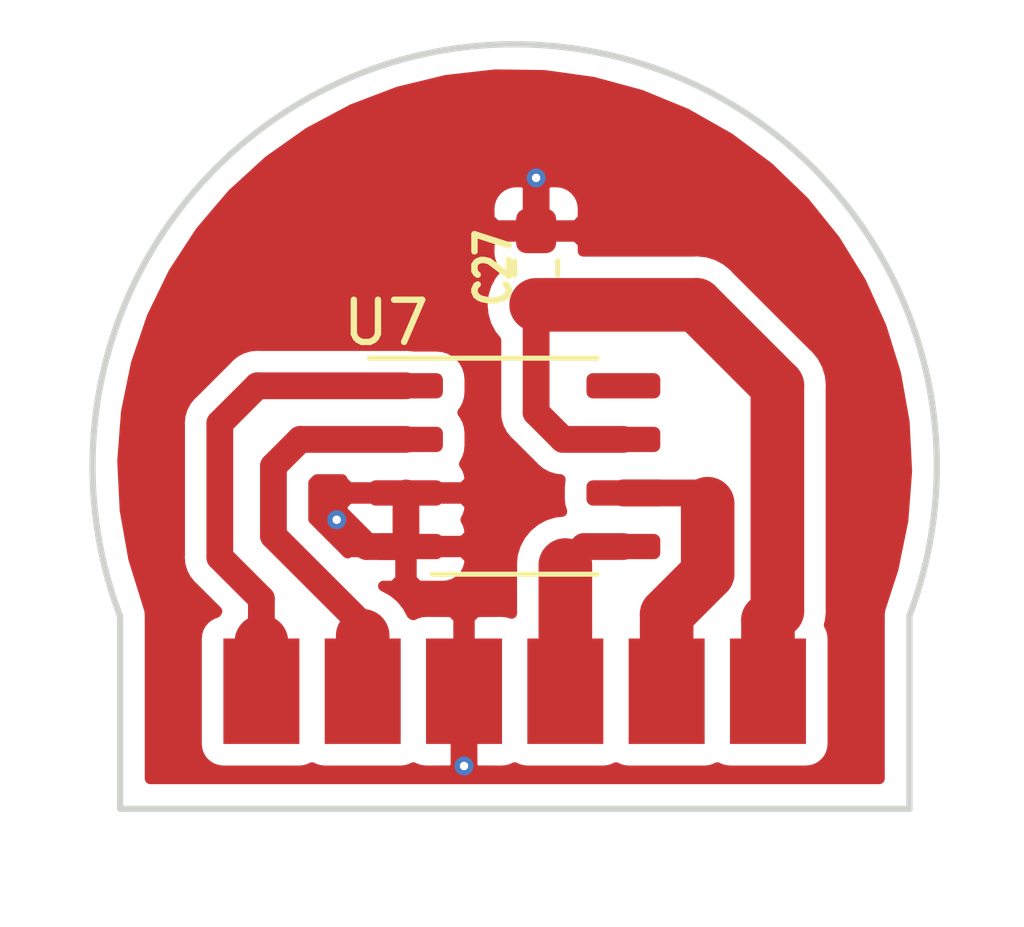
<source format=kicad_pcb>
(kicad_pcb (version 20171130) (host pcbnew 5.1.6+dfsg1-1~bpo10+1)

  (general
    (thickness 1.6)
    (drawings 11)
    (tracks 39)
    (zones 0)
    (modules 3)
    (nets 7)
  )

  (page USLetter)
  (title_block
    (title "EncoderBoard Schematic")
    (rev v1.0)
    (company "Developed by Paul Max Avalos Aguilar")
  )

  (layers
    (0 F.Cu signal)
    (31 B.Cu signal)
    (32 B.Adhes user)
    (33 F.Adhes user)
    (34 B.Paste user)
    (35 F.Paste user)
    (36 B.SilkS user)
    (37 F.SilkS user)
    (38 B.Mask user)
    (39 F.Mask user)
    (40 Dwgs.User user)
    (41 Cmts.User user)
    (42 Eco1.User user)
    (43 Eco2.User user)
    (44 Edge.Cuts user)
    (45 Margin user)
    (46 B.CrtYd user)
    (47 F.CrtYd user)
    (48 B.Fab user hide)
    (49 F.Fab user hide)
  )

  (setup
    (last_trace_width 0.635)
    (user_trace_width 0.127)
    (user_trace_width 0.254)
    (user_trace_width 0.635)
    (user_trace_width 1.27)
    (trace_clearance 0.127)
    (zone_clearance 0.508)
    (zone_45_only no)
    (trace_min 0.127)
    (via_size 0.45)
    (via_drill 0.2)
    (via_min_size 0.45)
    (via_min_drill 0.2)
    (user_via 1.27 0.635)
    (uvia_size 0.45)
    (uvia_drill 0.1)
    (uvias_allowed no)
    (uvia_min_size 0.2)
    (uvia_min_drill 0.1)
    (edge_width 0.15)
    (segment_width 0.2)
    (pcb_text_width 0.3)
    (pcb_text_size 1.5 1.5)
    (mod_edge_width 0.15)
    (mod_text_size 1 1)
    (mod_text_width 0.15)
    (pad_size 1.8 2.5)
    (pad_drill 0)
    (pad_to_mask_clearance 0.051)
    (solder_mask_min_width 0.25)
    (aux_axis_origin 0 0)
    (grid_origin 146.812 88.5698)
    (visible_elements 7FFFFFFF)
    (pcbplotparams
      (layerselection 0x010f0_ffffffff)
      (usegerberextensions false)
      (usegerberattributes false)
      (usegerberadvancedattributes false)
      (creategerberjobfile false)
      (excludeedgelayer true)
      (linewidth 0.100000)
      (plotframeref false)
      (viasonmask false)
      (mode 1)
      (useauxorigin false)
      (hpglpennumber 1)
      (hpglpenspeed 20)
      (hpglpendiameter 15.000000)
      (psnegative false)
      (psa4output false)
      (plotreference true)
      (plotvalue true)
      (plotinvisibletext false)
      (padsonsilk false)
      (subtractmaskfromsilk false)
      (outputformat 1)
      (mirror false)
      (drillshape 0)
      (scaleselection 1)
      (outputdirectory "Gerbers/"))
  )

  (net 0 "")
  (net 1 /SIN_P)
  (net 2 /COS_N)
  (net 3 /COS_P)
  (net 4 /VDD)
  (net 5 /SIN_N)
  (net 6 GND)

  (net_class Default "Esta es la clase de red por defecto."
    (clearance 0.127)
    (trace_width 0.127)
    (via_dia 0.45)
    (via_drill 0.2)
    (uvia_dia 0.45)
    (uvia_drill 0.1)
    (diff_pair_width 0.254)
    (diff_pair_gap 0.254)
    (add_net /COS_N)
    (add_net /COS_P)
    (add_net /SIN_N)
    (add_net /SIN_P)
    (add_net /VDD)
    (add_net GND)
  )

  (module Encoder:SolderWirePad_1x01_SMD_5x10mm (layer F.Cu) (tedit 5F13B3BB) (tstamp 5F0D8D2C)
    (at 146.812 93.7768)
    (descr "Wire Pad, Square, SMD Pad,  5mm x 10mm,")
    (tags "MesurementPoint Square SMDPad 5mmx10mm ")
    (path /5F0B758B)
    (attr smd virtual)
    (fp_text reference J7 (at -5.969 -2.921) (layer F.CrtYd)
      (effects (font (size 1 1) (thickness 0.15)))
    )
    (fp_text value Conn_01x06_Male (at 0 6.35) (layer F.Fab)
      (effects (font (size 1 1) (thickness 0.15)))
    )
    (fp_text user %R (at -0.02 4.74) (layer F.Fab)
      (effects (font (size 1 1) (thickness 0.15)))
    )
    (pad 5 smd rect (at 3.6 0) (size 1.8 2.5) (layers F.Cu F.Paste F.Mask)
      (net 5 /SIN_N))
    (pad 6 smd rect (at 6 0) (size 1.8 2.5) (layers F.Cu F.Paste F.Mask)
      (net 4 /VDD))
    (pad 1 smd rect (at -6 0) (size 1.8 2.5) (layers F.Cu F.Paste F.Mask)
      (net 3 /COS_P))
    (pad 3 smd rect (at -1.2 0) (size 1.8 2.5) (layers F.Cu F.Paste F.Mask)
      (net 6 GND))
    (pad 4 smd rect (at 1.2 0) (size 1.8 2.5) (layers F.Cu F.Paste F.Mask)
      (net 1 /SIN_P))
    (pad 2 smd rect (at -3.6 0) (size 1.8 2.5) (layers F.Cu F.Paste F.Mask)
      (net 2 /COS_N))
  )

  (module Encoder:SO-8_3.9x4.9mm_P1.27mm (layer F.Cu) (tedit 5F0BD502) (tstamp 5F0BC2D6)
    (at 146.812 88.4428)
    (descr "SO, 8 Pin (https://www.nxp.com/docs/en/data-sheet/PCF8523.pdf), generated with kicad-footprint-generator ipc_gullwing_generator.py")
    (tags "SO SO")
    (path /5F0B6CA7)
    (attr smd)
    (fp_text reference U7 (at -3.048 -3.4) (layer F.SilkS)
      (effects (font (size 1 1) (thickness 0.15)))
    )
    (fp_text value TLE5009 (at 0 3.4) (layer F.Fab)
      (effects (font (size 1 1) (thickness 0.15)))
    )
    (fp_line (start 3.7 -2.7) (end -3.7 -2.7) (layer F.CrtYd) (width 0.05))
    (fp_line (start 3.7 2.7) (end 3.7 -2.7) (layer F.CrtYd) (width 0.05))
    (fp_line (start -3.7 2.7) (end 3.7 2.7) (layer F.CrtYd) (width 0.05))
    (fp_line (start -3.7 -2.7) (end -3.7 2.7) (layer F.CrtYd) (width 0.05))
    (fp_line (start -1.95 -1.475) (end -0.975 -2.45) (layer F.Fab) (width 0.1))
    (fp_line (start -1.95 2.45) (end -1.95 -1.475) (layer F.Fab) (width 0.1))
    (fp_line (start 1.95 2.45) (end -1.95 2.45) (layer F.Fab) (width 0.1))
    (fp_line (start 1.95 -2.45) (end 1.95 2.45) (layer F.Fab) (width 0.1))
    (fp_line (start -0.975 -2.45) (end 1.95 -2.45) (layer F.Fab) (width 0.1))
    (fp_line (start 0 -2.56) (end -3.45 -2.56) (layer F.SilkS) (width 0.12))
    (fp_line (start 0 -2.56) (end 1.95 -2.56) (layer F.SilkS) (width 0.12))
    (fp_line (start 0 2.56) (end -1.95 2.56) (layer F.SilkS) (width 0.12))
    (fp_line (start 0 2.56) (end 1.95 2.56) (layer F.SilkS) (width 0.12))
    (fp_text user %R (at 0 0) (layer F.Fab)
      (effects (font (size 0.98 0.98) (thickness 0.15)))
    )
    (pad 1 smd roundrect (at -2.575 -1.905) (size 1.75 0.6) (layers F.Cu F.Paste F.Mask) (roundrect_rratio 0.25)
      (net 3 /COS_P))
    (pad 2 smd roundrect (at -2.575 -0.635) (size 1.75 0.6) (layers F.Cu F.Paste F.Mask) (roundrect_rratio 0.25)
      (net 2 /COS_N))
    (pad 3 smd roundrect (at -2.575 0.635) (size 1.75 0.6) (layers F.Cu F.Paste F.Mask) (roundrect_rratio 0.25)
      (net 6 GND))
    (pad 4 smd roundrect (at -2.575 1.905) (size 1.75 0.6) (layers F.Cu F.Paste F.Mask) (roundrect_rratio 0.25)
      (net 6 GND))
    (pad 5 smd roundrect (at 2.575 1.905) (size 1.75 0.6) (layers F.Cu F.Paste F.Mask) (roundrect_rratio 0.25)
      (net 1 /SIN_P))
    (pad 6 smd roundrect (at 2.575 0.635) (size 1.75 0.6) (layers F.Cu F.Paste F.Mask) (roundrect_rratio 0.25)
      (net 5 /SIN_N))
    (pad 7 smd roundrect (at 2.575 -0.635) (size 1.75 0.6) (layers F.Cu F.Paste F.Mask) (roundrect_rratio 0.25)
      (net 4 /VDD))
    (pad 8 smd roundrect (at 2.575 -1.905) (size 1.75 0.6) (layers F.Cu F.Paste F.Mask) (roundrect_rratio 0.25))
    (model "${KIPRJMOD}/../FootPrints/3DModels/So8/User Library-so8-3.step"
      (at (xyz 0 0 0))
      (scale (xyz 1 1 1))
      (rotate (xyz 0 0 0))
    )
  )

  (module Encoder:C_0603_1608Metric_Pad1.05x0.95mm_HandSolder (layer F.Cu) (tedit 5F04D287) (tstamp 5F140FD0)
    (at 147.32 83.7438 90)
    (descr "Capacitor SMD 0603 (1608 Metric), square (rectangular) end terminal, IPC_7351 nominal with elongated pad for handsoldering. (Body size source: http://www.tortai-tech.com/upload/download/2011102023233369053.pdf), generated with kicad-footprint-generator")
    (tags "capacitor handsolder")
    (path /5F13AC11)
    (attr smd)
    (fp_text reference C27 (at 0 -1.016 90) (layer F.SilkS)
      (effects (font (size 0.8128 0.6096) (thickness 0.1524)))
    )
    (fp_text value 100nF (at 0 1.43 90) (layer F.Fab)
      (effects (font (size 1 1) (thickness 0.15)))
    )
    (fp_line (start 1.65 0.73) (end -1.65 0.73) (layer F.CrtYd) (width 0.05))
    (fp_line (start 1.65 -0.73) (end 1.65 0.73) (layer F.CrtYd) (width 0.05))
    (fp_line (start -1.65 -0.73) (end 1.65 -0.73) (layer F.CrtYd) (width 0.05))
    (fp_line (start -1.65 0.73) (end -1.65 -0.73) (layer F.CrtYd) (width 0.05))
    (fp_line (start -0.171267 0.51) (end 0.171267 0.51) (layer F.SilkS) (width 0.12))
    (fp_line (start -0.171267 -0.51) (end 0.171267 -0.51) (layer F.SilkS) (width 0.12))
    (fp_line (start 0.8 0.4) (end -0.8 0.4) (layer F.Fab) (width 0.1))
    (fp_line (start 0.8 -0.4) (end 0.8 0.4) (layer F.Fab) (width 0.1))
    (fp_line (start -0.8 -0.4) (end 0.8 -0.4) (layer F.Fab) (width 0.1))
    (fp_line (start -0.8 0.4) (end -0.8 -0.4) (layer F.Fab) (width 0.1))
    (fp_text user %R (at 0 0 90) (layer F.Fab)
      (effects (font (size 0.4 0.4) (thickness 0.06)))
    )
    (pad 2 smd roundrect (at 0.875 0 90) (size 1.05 0.95) (layers F.Cu F.Paste F.Mask) (roundrect_rratio 0.25)
      (net 6 GND))
    (pad 1 smd roundrect (at -0.875 0 90) (size 1.05 0.95) (layers F.Cu F.Paste F.Mask) (roundrect_rratio 0.25)
      (net 4 /VDD))
    (model "${KIPRJMOD}/../FootPrints/3DModels/CapacitorsSMD/Ceramic CAP0603.stp"
      (at (xyz 0 0 0))
      (scale (xyz 1 1 1))
      (rotate (xyz 0 0 0))
    )
  )

  (gr_line (start 136.466 96.064) (end 157.162639 96.064) (layer Dwgs.User) (width 0.15) (tstamp 5F0E086B))
  (gr_line (start 157.162639 92) (end 157.162639 96.0628) (layer Dwgs.User) (width 0.15) (tstamp 5F0E0817))
  (gr_line (start 155.162639 92) (end 155.162639 96.0628) (layer Dwgs.User) (width 0.15) (tstamp 5F0E0786))
  (gr_line (start 136.466 92) (end 136.466 96.0628) (layer Dwgs.User) (width 0.15) (tstamp 5F0E0636))
  (gr_line (start 138.466 92) (end 138.466 96.0628) (layer Dwgs.User) (width 0.15) (tstamp 5F0E077B))
  (gr_line (start 156.162639 91.987787) (end 156.162639 96.5628) (layer Edge.Cuts) (width 0.15) (tstamp 5F0D9416))
  (gr_line (start 137.466 96.5628) (end 156.162639 96.5628) (layer Edge.Cuts) (width 0.15))
  (gr_line (start 137.466 92) (end 137.466 96.5628) (layer Edge.Cuts) (width 0.15))
  (gr_circle (center 146.812 88.4428) (end 154.812 88.4428) (layer Dwgs.User) (width 0.15))
  (gr_line (start 136.466 92) (end 157.162639 92) (layer Dwgs.User) (width 0.15))
  (gr_arc (start 146.812 88.4428) (end 137.466 92) (angle 221.6) (layer Edge.Cuts) (width 0.15))

  (segment (start 148.45 90.3478) (end 149.387 90.3478) (width 0.635) (layer F.Cu) (net 1))
  (segment (start 148.012 90.7858) (end 148.45 90.3478) (width 0.635) (layer F.Cu) (net 1))
  (segment (start 148.012 90.7858) (end 148.012 93.7768) (width 1.27) (layer F.Cu) (net 1))
  (segment (start 143.212 93.7768) (end 143.212 92.4628) (width 1.27) (layer F.Cu) (net 2))
  (segment (start 143.212 92.4628) (end 143.212 92.2088) (width 0.635) (layer F.Cu) (net 2))
  (segment (start 143.212 92.2088) (end 141.097 90.0938) (width 0.635) (layer F.Cu) (net 2))
  (segment (start 141.097 90.0938) (end 141.097 88.4428) (width 0.635) (layer F.Cu) (net 2))
  (segment (start 141.732 87.8078) (end 144.237 87.8078) (width 0.635) (layer F.Cu) (net 2))
  (segment (start 141.097 88.4428) (end 141.732 87.8078) (width 0.635) (layer F.Cu) (net 2))
  (segment (start 140.812 93.7768) (end 140.812 93.3902) (width 1.27) (layer F.Cu) (net 3))
  (segment (start 140.812 93.7768) (end 140.812 92.6028) (width 1.27) (layer F.Cu) (net 3))
  (segment (start 140.812 93.7768) (end 140.812 91.5868) (width 0.635) (layer F.Cu) (net 3))
  (segment (start 140.812 91.5868) (end 139.827 90.6018) (width 0.635) (layer F.Cu) (net 3))
  (segment (start 139.827 90.6018) (end 139.827 87.4268) (width 0.635) (layer F.Cu) (net 3))
  (segment (start 140.716 86.5378) (end 144.237 86.5378) (width 0.635) (layer F.Cu) (net 3))
  (segment (start 139.827 87.4268) (end 140.716 86.5378) (width 0.635) (layer F.Cu) (net 3))
  (segment (start 151.116 84.6188) (end 147.32 84.6188) (width 1.27) (layer F.Cu) (net 4))
  (segment (start 153.035 86.5378) (end 151.116 84.6188) (width 1.27) (layer F.Cu) (net 4))
  (segment (start 153.035 91.8718) (end 153.035 86.5378) (width 1.27) (layer F.Cu) (net 4))
  (segment (start 152.812 93.7768) (end 152.812 92.0948) (width 1.27) (layer F.Cu) (net 4))
  (segment (start 152.812 92.0948) (end 153.035 91.8718) (width 1.27) (layer F.Cu) (net 4))
  (segment (start 147.32 84.6188) (end 147.32 87.1728) (width 0.635) (layer F.Cu) (net 4))
  (segment (start 147.955 87.8078) (end 149.387 87.8078) (width 0.635) (layer F.Cu) (net 4))
  (segment (start 147.32 87.1728) (end 147.955 87.8078) (width 0.635) (layer F.Cu) (net 4))
  (segment (start 149.387 89.0778) (end 150.241 89.0778) (width 0.635) (layer F.Cu) (net 5))
  (segment (start 149.387 89.0778) (end 151.13 89.0778) (width 0.635) (layer F.Cu) (net 5))
  (segment (start 151.13 89.0778) (end 151.384 89.3318) (width 0.635) (layer F.Cu) (net 5))
  (segment (start 150.412 91.9548) (end 150.412 93.7768) (width 1.27) (layer F.Cu) (net 5))
  (segment (start 151.384 89.3318) (end 151.384 90.9828) (width 1.27) (layer F.Cu) (net 5))
  (segment (start 151.384 90.9828) (end 150.412 91.9548) (width 1.27) (layer F.Cu) (net 5))
  (segment (start 144.237 90.3478) (end 143.637 90.3478) (width 0.635) (layer F.Cu) (net 6))
  (segment (start 147.32 82.8688) (end 147.32 81.6102) (width 0.635) (layer F.Cu) (net 6))
  (via (at 147.32 81.6102) (size 0.45) (drill 0.2) (layers F.Cu B.Cu) (net 6))
  (segment (start 144.237 89.0778) (end 144.237 90.3478) (width 0.635) (layer F.Cu) (net 6))
  (segment (start 145.612 93.7768) (end 145.612 95.5486) (width 0.635) (layer F.Cu) (net 6))
  (via (at 145.612 95.5486) (size 0.45) (drill 0.2) (layers F.Cu B.Cu) (net 6))
  (via (at 142.5956 89.7128) (size 0.45) (drill 0.2) (layers F.Cu B.Cu) (net 6))
  (segment (start 143.3068 90.3478) (end 142.5956 89.6366) (width 0.635) (layer F.Cu) (net 6))
  (segment (start 144.237 90.3478) (end 143.3068 90.3478) (width 0.635) (layer F.Cu) (net 6))

  (zone (net 6) (net_name GND) (layer F.Cu) (tstamp 0) (hatch edge 0.508)
    (connect_pads (clearance 0.508))
    (min_thickness 0.254)
    (fill yes (arc_segments 32) (thermal_gap 0.508) (thermal_bridge_width 0.508))
    (polygon
      (pts
        (xy 158.877 77.5208) (xy 158.877 96.9518) (xy 134.62 97.2058) (xy 134.747 77.3938)
      )
    )
    (filled_polygon
      (pts
        (xy 147.518564 79.181046) (xy 148.673804 79.342635) (xy 149.799675 79.647739) (xy 150.87843 80.091545) (xy 151.893057 80.667058)
        (xy 152.827546 81.365194) (xy 153.667173 82.174952) (xy 154.398686 83.083554) (xy 155.010555 84.076679) (xy 155.493128 85.138661)
        (xy 155.838791 86.252743) (xy 156.042099 87.401373) (xy 156.099843 88.566425) (xy 156.011111 89.729521) (xy 155.776306 90.877212)
        (xy 155.506715 91.708774) (xy 155.503511 91.714768) (xy 155.462912 91.848604) (xy 155.452639 91.952911) (xy 155.45264 95.8528)
        (xy 138.176 95.8528) (xy 138.176 91.965123) (xy 138.165727 91.860816) (xy 138.125128 91.72698) (xy 138.12406 91.724981)
        (xy 137.785209 90.632857) (xy 137.581901 89.484228) (xy 137.524157 88.319174) (xy 137.592235 87.4268) (xy 138.869892 87.4268)
        (xy 138.874501 87.473594) (xy 138.8745 90.555015) (xy 138.869892 90.6018) (xy 138.877283 90.676839) (xy 138.888283 90.788522)
        (xy 138.942748 90.968068) (xy 139.031194 91.133541) (xy 139.150222 91.278578) (xy 139.186569 91.308407) (xy 139.760413 91.882251)
        (xy 139.750925 91.893812) (xy 139.739266 91.915625) (xy 139.66782 91.937298) (xy 139.557506 91.996263) (xy 139.460815 92.075615)
        (xy 139.381463 92.172306) (xy 139.322498 92.28262) (xy 139.286188 92.402318) (xy 139.273928 92.5268) (xy 139.273928 95.0268)
        (xy 139.286188 95.151282) (xy 139.322498 95.27098) (xy 139.381463 95.381294) (xy 139.460815 95.477985) (xy 139.557506 95.557337)
        (xy 139.66782 95.616302) (xy 139.787518 95.652612) (xy 139.912 95.664872) (xy 141.712 95.664872) (xy 141.836482 95.652612)
        (xy 141.95618 95.616302) (xy 142.012 95.586465) (xy 142.06782 95.616302) (xy 142.187518 95.652612) (xy 142.312 95.664872)
        (xy 144.112 95.664872) (xy 144.236482 95.652612) (xy 144.35618 95.616302) (xy 144.412 95.586465) (xy 144.46782 95.616302)
        (xy 144.587518 95.652612) (xy 144.712 95.664872) (xy 145.32625 95.6618) (xy 145.485 95.50305) (xy 145.485 93.9038)
        (xy 145.465 93.9038) (xy 145.465 93.6498) (xy 145.485 93.6498) (xy 145.485 92.05055) (xy 145.739 92.05055)
        (xy 145.739 93.6498) (xy 145.759 93.6498) (xy 145.759 93.9038) (xy 145.739 93.9038) (xy 145.739 95.50305)
        (xy 145.89775 95.6618) (xy 146.512 95.664872) (xy 146.636482 95.652612) (xy 146.75618 95.616302) (xy 146.812 95.586465)
        (xy 146.86782 95.616302) (xy 146.987518 95.652612) (xy 147.112 95.664872) (xy 148.912 95.664872) (xy 149.036482 95.652612)
        (xy 149.15618 95.616302) (xy 149.212 95.586465) (xy 149.26782 95.616302) (xy 149.387518 95.652612) (xy 149.512 95.664872)
        (xy 151.312 95.664872) (xy 151.436482 95.652612) (xy 151.55618 95.616302) (xy 151.612 95.586465) (xy 151.66782 95.616302)
        (xy 151.787518 95.652612) (xy 151.912 95.664872) (xy 153.712 95.664872) (xy 153.836482 95.652612) (xy 153.95618 95.616302)
        (xy 154.066494 95.557337) (xy 154.163185 95.477985) (xy 154.242537 95.381294) (xy 154.301502 95.27098) (xy 154.337812 95.151282)
        (xy 154.350072 95.0268) (xy 154.350072 92.5268) (xy 154.337812 92.402318) (xy 154.301502 92.28262) (xy 154.260687 92.206262)
        (xy 154.286623 92.120763) (xy 154.305 91.93418) (xy 154.305 91.934179) (xy 154.311144 91.8718) (xy 154.305 91.80942)
        (xy 154.305 86.60018) (xy 154.311144 86.5378) (xy 154.286623 86.288837) (xy 154.214003 86.049441) (xy 154.096075 85.828812)
        (xy 154.000693 85.712589) (xy 153.977135 85.683883) (xy 153.977132 85.68388) (xy 153.93737 85.63543) (xy 153.888919 85.595668)
        (xy 152.058141 83.764891) (xy 152.01837 83.71643) (xy 151.824988 83.557725) (xy 151.604359 83.439797) (xy 151.364963 83.367177)
        (xy 151.17838 83.3488) (xy 151.178373 83.3488) (xy 151.116 83.342657) (xy 151.053627 83.3488) (xy 148.432494 83.3488)
        (xy 148.43 83.15455) (xy 148.27125 82.9958) (xy 147.447 82.9958) (xy 147.447 83.0158) (xy 147.193 83.0158)
        (xy 147.193 82.9958) (xy 146.36875 82.9958) (xy 146.21 83.15455) (xy 146.206928 83.3938) (xy 146.219188 83.518282)
        (xy 146.255498 83.63798) (xy 146.314463 83.748294) (xy 146.352971 83.795217) (xy 146.258925 83.909812) (xy 146.140997 84.130441)
        (xy 146.068377 84.369837) (xy 146.043856 84.6188) (xy 146.068377 84.867763) (xy 146.140997 85.107159) (xy 146.258925 85.327788)
        (xy 146.3675 85.460087) (xy 146.367501 87.126006) (xy 146.362892 87.1728) (xy 146.381283 87.359522) (xy 146.435749 87.539069)
        (xy 146.524194 87.70454) (xy 146.544927 87.729803) (xy 146.643223 87.849578) (xy 146.679565 87.879403) (xy 147.248389 88.448226)
        (xy 147.278222 88.484578) (xy 147.423259 88.603606) (xy 147.471745 88.629522) (xy 147.58873 88.692052) (xy 147.652944 88.711531)
        (xy 147.768277 88.746517) (xy 147.893678 88.758868) (xy 147.889071 88.774055) (xy 147.873928 88.9278) (xy 147.873928 89.2278)
        (xy 147.889071 89.381545) (xy 147.930371 89.517696) (xy 147.763037 89.534177) (xy 147.523641 89.606797) (xy 147.303012 89.724725)
        (xy 147.10963 89.88343) (xy 146.950925 90.076813) (xy 146.832997 90.297442) (xy 146.760377 90.536838) (xy 146.742 90.723421)
        (xy 146.742 91.932997) (xy 146.636482 91.900988) (xy 146.512 91.888728) (xy 145.89775 91.8918) (xy 145.739 92.05055)
        (xy 145.485 92.05055) (xy 145.32625 91.8918) (xy 144.712 91.888728) (xy 144.587518 91.900988) (xy 144.46782 91.937298)
        (xy 144.412 91.967135) (xy 144.377137 91.9485) (xy 144.273075 91.753812) (xy 144.11437 91.56043) (xy 143.920988 91.401725)
        (xy 143.700935 91.284105) (xy 143.95125 91.2828) (xy 144.11 91.12405) (xy 144.11 90.4748) (xy 144.364 90.4748)
        (xy 144.364 91.12405) (xy 144.52275 91.2828) (xy 145.112 91.285872) (xy 145.236482 91.273612) (xy 145.35618 91.237302)
        (xy 145.466494 91.178337) (xy 145.563185 91.098985) (xy 145.642537 91.002294) (xy 145.701502 90.89198) (xy 145.737812 90.772282)
        (xy 145.750072 90.6478) (xy 145.747 90.63355) (xy 145.58825 90.4748) (xy 144.364 90.4748) (xy 144.11 90.4748)
        (xy 142.88575 90.4748) (xy 142.855394 90.505156) (xy 142.0495 89.699262) (xy 142.0495 89.3778) (xy 142.723928 89.3778)
        (xy 142.736188 89.502282) (xy 142.772498 89.62198) (xy 142.821043 89.7128) (xy 142.772498 89.80362) (xy 142.736188 89.923318)
        (xy 142.723928 90.0478) (xy 142.727 90.06205) (xy 142.88575 90.2208) (xy 144.11 90.2208) (xy 144.11 89.2048)
        (xy 144.364 89.2048) (xy 144.364 90.2208) (xy 145.58825 90.2208) (xy 145.747 90.06205) (xy 145.750072 90.0478)
        (xy 145.737812 89.923318) (xy 145.701502 89.80362) (xy 145.652957 89.7128) (xy 145.701502 89.62198) (xy 145.737812 89.502282)
        (xy 145.750072 89.3778) (xy 145.747 89.36355) (xy 145.58825 89.2048) (xy 144.364 89.2048) (xy 144.11 89.2048)
        (xy 142.88575 89.2048) (xy 142.727 89.36355) (xy 142.723928 89.3778) (xy 142.0495 89.3778) (xy 142.0495 88.837338)
        (xy 142.126537 88.7603) (xy 142.725652 88.7603) (xy 142.723928 88.7778) (xy 142.727 88.79205) (xy 142.88575 88.9508)
        (xy 144.11 88.9508) (xy 144.11 88.9308) (xy 144.364 88.9308) (xy 144.364 88.9508) (xy 145.58825 88.9508)
        (xy 145.747 88.79205) (xy 145.750072 88.7778) (xy 145.737812 88.653318) (xy 145.701502 88.53362) (xy 145.642537 88.423306)
        (xy 145.61827 88.393736) (xy 145.690084 88.259382) (xy 145.734929 88.111545) (xy 145.750072 87.9578) (xy 145.750072 87.6578)
        (xy 145.734929 87.504055) (xy 145.690084 87.356218) (xy 145.617258 87.219971) (xy 145.578546 87.1728) (xy 145.617258 87.125629)
        (xy 145.690084 86.989382) (xy 145.734929 86.841545) (xy 145.750072 86.6878) (xy 145.750072 86.3878) (xy 145.734929 86.234055)
        (xy 145.690084 86.086218) (xy 145.617258 85.949971) (xy 145.519251 85.830549) (xy 145.399829 85.732542) (xy 145.263582 85.659716)
        (xy 145.115745 85.614871) (xy 144.962 85.599728) (xy 144.425849 85.599728) (xy 144.423723 85.599083) (xy 144.283785 85.5853)
        (xy 140.762785 85.5853) (xy 140.716 85.580692) (xy 140.669215 85.5853) (xy 140.529277 85.599083) (xy 140.349731 85.653548)
        (xy 140.184259 85.741994) (xy 140.039222 85.861022) (xy 140.009397 85.897364) (xy 139.186564 86.720198) (xy 139.150223 86.750022)
        (xy 139.120399 86.786363) (xy 139.031194 86.89506) (xy 138.942749 87.060531) (xy 138.888283 87.240078) (xy 138.869892 87.4268)
        (xy 137.592235 87.4268) (xy 137.612889 87.156079) (xy 137.846696 86.013265) (xy 138.221889 84.908778) (xy 138.732558 83.860015)
        (xy 139.370639 82.883532) (xy 139.829379 82.3438) (xy 146.206928 82.3438) (xy 146.21 82.58305) (xy 146.36875 82.7418)
        (xy 147.193 82.7418) (xy 147.193 81.86755) (xy 147.447 81.86755) (xy 147.447 82.7418) (xy 148.27125 82.7418)
        (xy 148.43 82.58305) (xy 148.433072 82.3438) (xy 148.420812 82.219318) (xy 148.384502 82.09962) (xy 148.325537 81.989306)
        (xy 148.246185 81.892615) (xy 148.149494 81.813263) (xy 148.03918 81.754298) (xy 147.919482 81.717988) (xy 147.795 81.705728)
        (xy 147.60575 81.7088) (xy 147.447 81.86755) (xy 147.193 81.86755) (xy 147.03425 81.7088) (xy 146.845 81.705728)
        (xy 146.720518 81.717988) (xy 146.60082 81.754298) (xy 146.490506 81.813263) (xy 146.393815 81.892615) (xy 146.314463 81.989306)
        (xy 146.255498 82.09962) (xy 146.219188 82.219318) (xy 146.206928 82.3438) (xy 139.829379 82.3438) (xy 140.12608 81.994716)
        (xy 140.986958 81.207594) (xy 141.939702 80.534575) (xy 142.969289 79.986271) (xy 144.05947 79.571335) (xy 145.193068 79.296305)
        (xy 146.352189 79.165522)
      )
    )
  )
)

</source>
